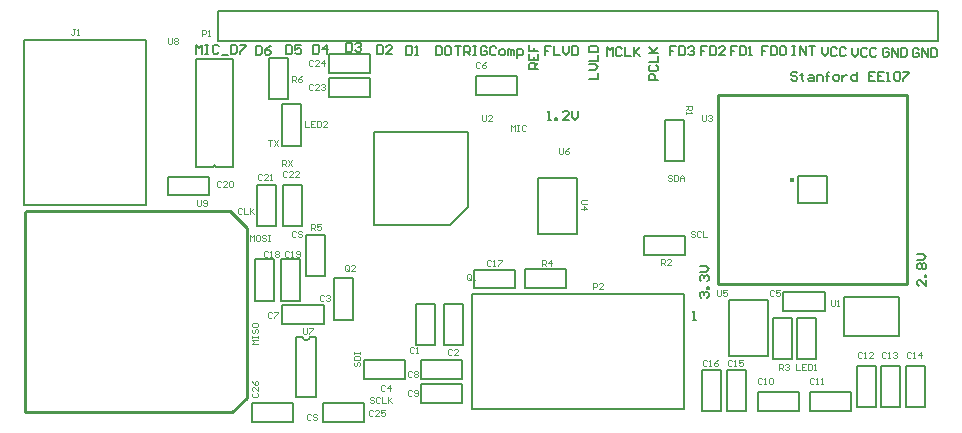
<source format=gto>
G04 Layer_Color=65535*
%FSLAX43Y43*%
%MOMM*%
G71*
G01*
G75*
%ADD36C,0.254*%
%ADD45C,0.200*%
%ADD46C,0.400*%
%ADD47C,0.127*%
%ADD48C,0.102*%
%ADD49C,0.152*%
D36*
X104620Y55897D02*
X120620D01*
Y71897D01*
X104620D02*
X120620D01*
X104620Y55897D02*
Y71897D01*
X46025Y62076D02*
X46355D01*
X45949Y60577D02*
Y61999D01*
X63449Y45032D02*
X64694Y46277D01*
X45949Y45032D02*
X63449D01*
X64694Y46277D02*
Y60653D01*
X63271Y62076D02*
X64694Y60653D01*
X46990Y62076D02*
X63271D01*
X45949Y45032D02*
Y60577D01*
X46355Y62076D02*
X46990D01*
D45*
X69423Y51460D02*
G03*
X70058Y51460I317J0D01*
G01*
X62140Y65843D02*
G03*
X61815Y65843I-162J0D01*
G01*
X105513Y49828D02*
Y54553D01*
X108813D01*
Y49828D02*
Y54553D01*
X105513Y49828D02*
X108813D01*
X83820Y45303D02*
X101727D01*
X83820D02*
Y55028D01*
X101727D01*
Y49468D02*
Y55028D01*
Y45303D02*
Y50738D01*
X68876Y51460D02*
X69423D01*
X70058D02*
X70606D01*
Y46380D02*
Y51460D01*
X68876Y46380D02*
X70606D01*
X68876D02*
Y51460D01*
X45862Y62610D02*
Y76560D01*
Y62610D02*
X56212D01*
Y76560D01*
X45862D02*
X56212D01*
X62306Y76479D02*
X121361D01*
X123266D01*
Y79019D01*
X62306D02*
X123266D01*
X62306Y76479D02*
Y79019D01*
X115246Y54822D02*
X119971D01*
Y51522D02*
Y54822D01*
X115246Y51522D02*
X119971D01*
X115246D02*
Y54822D01*
X111385Y62732D02*
X113855D01*
Y65062D01*
X111385D02*
X113855D01*
X111385Y62732D02*
Y65062D01*
X89373Y60154D02*
Y64879D01*
X92673D01*
Y60154D02*
Y64879D01*
X89373Y60154D02*
X92673D01*
X81912Y60868D02*
X83447Y62403D01*
X75517Y60868D02*
X81912D01*
X75517D02*
Y68798D01*
X83447D01*
Y62403D02*
Y68798D01*
X62140Y65843D02*
X63568D01*
X60388D02*
X61815D01*
X60388D02*
Y74943D01*
X63568D01*
Y65843D02*
Y74943D01*
D46*
X110854Y64751D02*
D03*
D47*
X69736Y56580D02*
Y60080D01*
X71336D01*
Y56580D02*
Y60080D01*
X69736Y56580D02*
X71336D01*
X69217Y54514D02*
Y58014D01*
X67617Y54514D02*
X69217D01*
X67617D02*
Y58014D01*
X69217D01*
X67018Y54497D02*
Y57997D01*
X65418Y54497D02*
X67018D01*
X65418D02*
Y57997D01*
X67018D01*
X66612Y71566D02*
Y75066D01*
X68212D01*
Y71566D02*
Y75066D01*
X66612Y71566D02*
X68212D01*
X69304Y67629D02*
Y71129D01*
X67704Y67629D02*
X69304D01*
X67704D02*
Y71129D01*
X69304D01*
X88229Y57163D02*
X91729D01*
Y55563D02*
Y57163D01*
X88229Y55563D02*
X91729D01*
X88229D02*
Y57163D01*
X112916Y49570D02*
Y53070D01*
X111316Y49570D02*
X112916D01*
X111316D02*
Y53070D01*
X112916D01*
X110909Y49544D02*
Y53044D01*
X109309Y49544D02*
X110909D01*
X109309D02*
Y53044D01*
X110909D01*
X79467Y47409D02*
X82967D01*
Y45809D02*
Y47409D01*
X79467Y45809D02*
X82967D01*
X79467D02*
Y47409D01*
X67733Y54115D02*
X71233D01*
Y52515D02*
Y54115D01*
X67733Y52515D02*
X71233D01*
X67733D02*
Y54115D01*
X83938Y57137D02*
X87438D01*
Y55537D02*
Y57137D01*
X83938Y55537D02*
X87438D01*
X83938D02*
Y57137D01*
X105372Y45127D02*
Y48627D01*
X106972D01*
Y45127D02*
Y48627D01*
X105372Y45127D02*
X106972D01*
X103238D02*
Y48627D01*
X104838D01*
Y45127D02*
Y48627D01*
X103238Y45127D02*
X104838D01*
X65596Y60798D02*
Y64298D01*
X67196D01*
Y60798D02*
Y64298D01*
X65596Y60798D02*
X67196D01*
X58053Y63411D02*
X61553D01*
X58053D02*
Y65011D01*
X61553D01*
Y63411D02*
Y65011D01*
X110151Y53632D02*
X113651D01*
X110151D02*
Y55232D01*
X113651D01*
Y53632D02*
Y55232D01*
X100112Y66334D02*
Y69834D01*
X101712D01*
Y66334D02*
Y69834D01*
X100112Y66334D02*
X101712D01*
X98312Y58407D02*
X101812D01*
X98312D02*
Y60007D01*
X101812D01*
Y58407D02*
Y60007D01*
X79442Y49466D02*
X82942D01*
Y47866D02*
Y49466D01*
X79442Y47866D02*
X82942D01*
X79442D02*
Y49466D01*
X120536Y45480D02*
Y48980D01*
X122136D01*
Y45480D02*
Y48980D01*
X120536Y45480D02*
X122136D01*
X118453Y45482D02*
Y48982D01*
X120053D01*
Y45482D02*
Y48982D01*
X118453Y45482D02*
X120053D01*
X116396Y45457D02*
Y48957D01*
X117996D01*
Y45457D02*
Y48957D01*
X116396Y45457D02*
X117996D01*
X112384Y45174D02*
X115884D01*
X112384D02*
Y46774D01*
X115884D01*
Y45174D02*
Y46774D01*
X107966Y46799D02*
X111466D01*
Y45199D02*
Y46799D01*
X107966Y45199D02*
X111466D01*
X107966D02*
Y46799D01*
X84114Y71920D02*
X87614D01*
X84114D02*
Y73520D01*
X87614D01*
Y71920D02*
Y73520D01*
X74641Y49466D02*
X78141D01*
Y47866D02*
Y49466D01*
X74641Y47866D02*
X78141D01*
X74641D02*
Y49466D01*
X72098Y52897D02*
Y56397D01*
X73698D01*
Y52897D02*
Y56397D01*
X72098Y52897D02*
X73698D01*
X81445Y50738D02*
Y54238D01*
X83045D01*
Y50738D02*
Y54238D01*
X81445Y50738D02*
X83045D01*
X79083Y50740D02*
Y54240D01*
X80683D01*
Y50740D02*
Y54240D01*
X79083Y50740D02*
X80683D01*
X67780Y60798D02*
Y64298D01*
X69380D01*
Y60798D02*
Y64298D01*
X67780Y60798D02*
X69380D01*
X71670Y71768D02*
Y73368D01*
Y71768D02*
X75170D01*
Y73368D01*
X71670D02*
X75170D01*
X71670Y73749D02*
Y75349D01*
Y73749D02*
X75170D01*
Y75349D01*
X71670D02*
X75170D01*
X68665Y44260D02*
Y45860D01*
X65165D02*
X68665D01*
X65165Y44260D02*
Y45860D01*
Y44260D02*
X68665D01*
X74636Y44234D02*
Y45834D01*
X71136D02*
X74636D01*
X71136Y44234D02*
Y45834D01*
Y44234D02*
X74636D01*
D48*
X70155Y60452D02*
Y60960D01*
X70409D01*
X70493Y60875D01*
Y60706D01*
X70409Y60621D01*
X70155D01*
X70324D02*
X70493Y60452D01*
X71001Y60960D02*
X70663D01*
Y60706D01*
X70832Y60791D01*
X70917D01*
X71001Y60706D01*
Y60537D01*
X70917Y60452D01*
X70747D01*
X70663Y60537D01*
X68580Y72972D02*
Y73480D01*
X68834D01*
X68919Y73396D01*
Y73226D01*
X68834Y73142D01*
X68580D01*
X68749D02*
X68919Y72972D01*
X69426Y73480D02*
X69257Y73396D01*
X69088Y73226D01*
Y73057D01*
X69172Y72972D01*
X69342D01*
X69426Y73057D01*
Y73142D01*
X69342Y73226D01*
X69088D01*
X69647Y69697D02*
Y69190D01*
X69985D01*
X70493Y69697D02*
X70155D01*
Y69190D01*
X70493D01*
X70155Y69444D02*
X70324D01*
X70662Y69697D02*
Y69190D01*
X70916D01*
X71001Y69274D01*
Y69613D01*
X70916Y69697D01*
X70662D01*
X71509Y69190D02*
X71170D01*
X71509Y69528D01*
Y69613D01*
X71424Y69697D01*
X71255D01*
X71170Y69613D01*
X94005Y55499D02*
Y56007D01*
X94259D01*
X94344Y55922D01*
Y55753D01*
X94259Y55668D01*
X94005D01*
X94852Y55499D02*
X94513D01*
X94852Y55838D01*
Y55922D01*
X94767Y56007D01*
X94598D01*
X94513Y55922D01*
X89686Y57429D02*
Y57937D01*
X89940D01*
X90024Y57853D01*
Y57683D01*
X89940Y57599D01*
X89686D01*
X89855D02*
X90024Y57429D01*
X90447D02*
Y57937D01*
X90193Y57683D01*
X90532D01*
X103226Y70205D02*
Y69782D01*
X103310Y69698D01*
X103480D01*
X103564Y69782D01*
Y70205D01*
X103733Y70121D02*
X103818Y70205D01*
X103987D01*
X104072Y70121D01*
Y70036D01*
X103987Y69952D01*
X103903D01*
X103987D01*
X104072Y69867D01*
Y69782D01*
X103987Y69698D01*
X103818D01*
X103733Y69782D01*
X91186Y67462D02*
Y67039D01*
X91271Y66954D01*
X91440D01*
X91525Y67039D01*
Y67462D01*
X92032D02*
X91863Y67378D01*
X91694Y67208D01*
Y67039D01*
X91778Y66954D01*
X91948D01*
X92032Y67039D01*
Y67124D01*
X91948Y67208D01*
X91694D01*
X50148Y77495D02*
X49979D01*
X50063D01*
Y77072D01*
X49979Y76987D01*
X49894D01*
X49809Y77072D01*
X50317Y76987D02*
X50487D01*
X50402D01*
Y77495D01*
X50317Y77411D01*
X58039Y76733D02*
Y76310D01*
X58124Y76225D01*
X58293D01*
X58378Y76310D01*
Y76733D01*
X58547Y76649D02*
X58631Y76733D01*
X58801D01*
X58885Y76649D01*
Y76564D01*
X58801Y76479D01*
X58885Y76395D01*
Y76310D01*
X58801Y76225D01*
X58631D01*
X58547Y76310D01*
Y76395D01*
X58631Y76479D01*
X58547Y76564D01*
Y76649D01*
X58631Y76479D02*
X58801D01*
X69494Y52171D02*
Y51748D01*
X69579Y51664D01*
X69748D01*
X69833Y51748D01*
Y52171D01*
X70002D02*
X70341D01*
Y52087D01*
X70002Y51748D01*
Y51664D01*
X104546Y55397D02*
Y54974D01*
X104631Y54889D01*
X104800D01*
X104885Y54974D01*
Y55397D01*
X105393D02*
X105054D01*
Y55143D01*
X105224Y55228D01*
X105308D01*
X105393Y55143D01*
Y54974D01*
X105308Y54889D01*
X105139D01*
X105054Y54974D01*
X93553Y63043D02*
X93130D01*
X93045Y62958D01*
Y62789D01*
X93130Y62704D01*
X93553D01*
X93045Y62281D02*
X93553D01*
X93299Y62535D01*
Y62196D01*
X84633Y70180D02*
Y69757D01*
X84717Y69672D01*
X84887D01*
X84971Y69757D01*
Y70180D01*
X85479Y69672D02*
X85141D01*
X85479Y70011D01*
Y70095D01*
X85395Y70180D01*
X85225D01*
X85141Y70095D01*
X114173Y54584D02*
Y54161D01*
X114258Y54077D01*
X114427D01*
X114512Y54161D01*
Y54584D01*
X114681Y54077D02*
X114850D01*
X114765D01*
Y54584D01*
X114681Y54500D01*
X109753Y48616D02*
Y49123D01*
X110007D01*
X110092Y49039D01*
Y48870D01*
X110007Y48785D01*
X109753D01*
X109923D02*
X110092Y48616D01*
X110261Y49039D02*
X110346Y49123D01*
X110515D01*
X110600Y49039D01*
Y48954D01*
X110515Y48870D01*
X110431D01*
X110515D01*
X110600Y48785D01*
Y48700D01*
X110515Y48616D01*
X110346D01*
X110261Y48700D01*
X99746Y57531D02*
Y58039D01*
X100000D01*
X100084Y57954D01*
Y57785D01*
X100000Y57700D01*
X99746D01*
X99915D02*
X100084Y57531D01*
X100592D02*
X100254D01*
X100592Y57870D01*
Y57954D01*
X100508Y58039D01*
X100338D01*
X100254Y57954D01*
X101903Y70940D02*
X102411D01*
Y70686D01*
X102326Y70602D01*
X102157D01*
X102072Y70686D01*
Y70940D01*
Y70771D02*
X101903Y70602D01*
Y70433D02*
Y70263D01*
Y70348D01*
X102411D01*
X102326Y70433D01*
X73364Y57082D02*
Y57421D01*
X73279Y57505D01*
X73110D01*
X73025Y57421D01*
Y57082D01*
X73110Y56998D01*
X73279D01*
X73194Y57167D02*
X73364Y56998D01*
X73279D02*
X73364Y57082D01*
X73871Y56998D02*
X73533D01*
X73871Y57336D01*
Y57421D01*
X73787Y57505D01*
X73617D01*
X73533Y57421D01*
X83676Y56371D02*
Y56710D01*
X83591Y56794D01*
X83422D01*
X83337Y56710D01*
Y56371D01*
X83422Y56286D01*
X83591D01*
X83507Y56456D02*
X83676Y56286D01*
X83591D02*
X83676Y56371D01*
X83845Y56286D02*
X84015D01*
X83930D01*
Y56794D01*
X83845Y56710D01*
X60884Y76937D02*
Y77444D01*
X61138D01*
X61222Y77360D01*
Y77191D01*
X61138Y77106D01*
X60884D01*
X61392Y76937D02*
X61561D01*
X61476D01*
Y77444D01*
X61392Y77360D01*
X111227Y49098D02*
Y48590D01*
X111565D01*
X112073Y49098D02*
X111734D01*
Y48590D01*
X112073D01*
X111734Y48844D02*
X111904D01*
X112242Y49098D02*
Y48590D01*
X112496D01*
X112581Y48675D01*
Y49013D01*
X112496Y49098D01*
X112242D01*
X112750Y48590D02*
X112919D01*
X112835D01*
Y49098D01*
X112750Y49013D01*
X68157Y65398D02*
X68072Y65483D01*
X67903D01*
X67818Y65398D01*
Y65060D01*
X67903Y64975D01*
X68072D01*
X68157Y65060D01*
X68664Y64975D02*
X68326D01*
X68664Y65314D01*
Y65398D01*
X68580Y65483D01*
X68410D01*
X68326Y65398D01*
X69172Y64975D02*
X68834D01*
X69172Y65314D01*
Y65398D01*
X69088Y65483D01*
X68918D01*
X68834Y65398D01*
X66023Y65142D02*
X65938Y65227D01*
X65769D01*
X65684Y65142D01*
Y64804D01*
X65769Y64719D01*
X65938D01*
X66023Y64804D01*
X66531Y64719D02*
X66192D01*
X66531Y65058D01*
Y65142D01*
X66446Y65227D01*
X66277D01*
X66192Y65142D01*
X66700Y64719D02*
X66869D01*
X66785D01*
Y65227D01*
X66700Y65142D01*
X62492Y64507D02*
X62408Y64592D01*
X62238D01*
X62154Y64507D01*
Y64169D01*
X62238Y64084D01*
X62408D01*
X62492Y64169D01*
X63000Y64084D02*
X62662D01*
X63000Y64423D01*
Y64507D01*
X62916Y64592D01*
X62746D01*
X62662Y64507D01*
X63169D02*
X63254Y64592D01*
X63423D01*
X63508Y64507D01*
Y64169D01*
X63423Y64084D01*
X63254D01*
X63169Y64169D01*
Y64507D01*
X68284Y58640D02*
X68199Y58725D01*
X68030D01*
X67945Y58640D01*
Y58301D01*
X68030Y58217D01*
X68199D01*
X68284Y58301D01*
X68453Y58217D02*
X68622D01*
X68537D01*
Y58725D01*
X68453Y58640D01*
X68876Y58301D02*
X68961Y58217D01*
X69130D01*
X69215Y58301D01*
Y58640D01*
X69130Y58725D01*
X68961D01*
X68876Y58640D01*
Y58555D01*
X68961Y58471D01*
X69215D01*
X66506Y58640D02*
X66421Y58725D01*
X66252D01*
X66167Y58640D01*
Y58301D01*
X66252Y58217D01*
X66421D01*
X66506Y58301D01*
X66675Y58217D02*
X66844D01*
X66759D01*
Y58725D01*
X66675Y58640D01*
X67098D02*
X67183Y58725D01*
X67352D01*
X67437Y58640D01*
Y58555D01*
X67352Y58471D01*
X67437Y58386D01*
Y58301D01*
X67352Y58217D01*
X67183D01*
X67098Y58301D01*
Y58386D01*
X67183Y58471D01*
X67098Y58555D01*
Y58640D01*
X67183Y58471D02*
X67352D01*
X85429Y57827D02*
X85344Y57912D01*
X85175D01*
X85090Y57827D01*
Y57489D01*
X85175Y57404D01*
X85344D01*
X85429Y57489D01*
X85598Y57404D02*
X85767D01*
X85682D01*
Y57912D01*
X85598Y57827D01*
X86021Y57912D02*
X86360D01*
Y57827D01*
X86021Y57489D01*
Y57404D01*
X103717Y49422D02*
X103632Y49506D01*
X103463D01*
X103378Y49422D01*
Y49083D01*
X103463Y48998D01*
X103632D01*
X103717Y49083D01*
X103886Y48998D02*
X104055D01*
X103970D01*
Y49506D01*
X103886Y49422D01*
X104648Y49506D02*
X104478Y49422D01*
X104309Y49252D01*
Y49083D01*
X104394Y48998D01*
X104563D01*
X104648Y49083D01*
Y49168D01*
X104563Y49252D01*
X104309D01*
X105825Y49396D02*
X105740Y49481D01*
X105571D01*
X105486Y49396D01*
Y49058D01*
X105571Y48973D01*
X105740D01*
X105825Y49058D01*
X105994Y48973D02*
X106163D01*
X106079D01*
Y49481D01*
X105994Y49396D01*
X106756Y49481D02*
X106417D01*
Y49227D01*
X106587Y49312D01*
X106671D01*
X106756Y49227D01*
Y49058D01*
X106671Y48973D01*
X106502D01*
X106417Y49058D01*
X120912Y50080D02*
X120828Y50165D01*
X120658D01*
X120574Y50080D01*
Y49742D01*
X120658Y49657D01*
X120828D01*
X120912Y49742D01*
X121082Y49657D02*
X121251D01*
X121166D01*
Y50165D01*
X121082Y50080D01*
X121759Y49657D02*
Y50165D01*
X121505Y49911D01*
X121843D01*
X118830Y50080D02*
X118745Y50165D01*
X118576D01*
X118491Y50080D01*
Y49742D01*
X118576Y49657D01*
X118745D01*
X118830Y49742D01*
X118999Y49657D02*
X119168D01*
X119083D01*
Y50165D01*
X118999Y50080D01*
X119422D02*
X119507Y50165D01*
X119676D01*
X119761Y50080D01*
Y49996D01*
X119676Y49911D01*
X119591D01*
X119676D01*
X119761Y49826D01*
Y49742D01*
X119676Y49657D01*
X119507D01*
X119422Y49742D01*
X116772Y50057D02*
X116688Y50141D01*
X116518D01*
X116434Y50057D01*
Y49718D01*
X116518Y49633D01*
X116688D01*
X116772Y49718D01*
X116941Y49633D02*
X117111D01*
X117026D01*
Y50141D01*
X116941Y50057D01*
X117703Y49633D02*
X117365D01*
X117703Y49972D01*
Y50057D01*
X117619Y50141D01*
X117449D01*
X117365Y50057D01*
X112759Y47870D02*
X112674Y47955D01*
X112505D01*
X112420Y47870D01*
Y47532D01*
X112505Y47447D01*
X112674D01*
X112759Y47532D01*
X112928Y47447D02*
X113098D01*
X113013D01*
Y47955D01*
X112928Y47870D01*
X113351Y47447D02*
X113521D01*
X113436D01*
Y47955D01*
X113351Y47870D01*
X108339Y47896D02*
X108255Y47980D01*
X108085D01*
X108001Y47896D01*
Y47557D01*
X108085Y47473D01*
X108255D01*
X108339Y47557D01*
X108509Y47473D02*
X108678D01*
X108593D01*
Y47980D01*
X108509Y47896D01*
X108932D02*
X109016Y47980D01*
X109186D01*
X109270Y47896D01*
Y47557D01*
X109186Y47473D01*
X109016D01*
X108932Y47557D01*
Y47896D01*
X78698Y46829D02*
X78613Y46914D01*
X78444D01*
X78359Y46829D01*
Y46490D01*
X78444Y46406D01*
X78613D01*
X78698Y46490D01*
X78867D02*
X78951Y46406D01*
X79121D01*
X79205Y46490D01*
Y46829D01*
X79121Y46914D01*
X78951D01*
X78867Y46829D01*
Y46744D01*
X78951Y46660D01*
X79205D01*
X78672Y48480D02*
X78588Y48565D01*
X78418D01*
X78334Y48480D01*
Y48141D01*
X78418Y48057D01*
X78588D01*
X78672Y48141D01*
X78841Y48480D02*
X78926Y48565D01*
X79095D01*
X79180Y48480D01*
Y48395D01*
X79095Y48311D01*
X79180Y48226D01*
Y48141D01*
X79095Y48057D01*
X78926D01*
X78841Y48141D01*
Y48226D01*
X78926Y48311D01*
X78841Y48395D01*
Y48480D01*
X78926Y48311D02*
X79095D01*
X66887Y53433D02*
X66802Y53518D01*
X66633D01*
X66548Y53433D01*
Y53094D01*
X66633Y53010D01*
X66802D01*
X66887Y53094D01*
X67056Y53518D02*
X67394D01*
Y53433D01*
X67056Y53094D01*
Y53010D01*
X84489Y74617D02*
X84404Y74701D01*
X84235D01*
X84150Y74617D01*
Y74278D01*
X84235Y74193D01*
X84404D01*
X84489Y74278D01*
X84997Y74701D02*
X84827Y74617D01*
X84658Y74447D01*
Y74278D01*
X84743Y74193D01*
X84912D01*
X84997Y74278D01*
Y74363D01*
X84912Y74447D01*
X84658D01*
X109330Y55338D02*
X109245Y55423D01*
X109076D01*
X108991Y55338D01*
Y54999D01*
X109076Y54915D01*
X109245D01*
X109330Y54999D01*
X109838Y55423D02*
X109499D01*
Y55169D01*
X109669Y55253D01*
X109753D01*
X109838Y55169D01*
Y54999D01*
X109753Y54915D01*
X109584D01*
X109499Y54999D01*
X76437Y47312D02*
X76352Y47396D01*
X76183D01*
X76098Y47312D01*
Y46973D01*
X76183Y46888D01*
X76352D01*
X76437Y46973D01*
X76860Y46888D02*
Y47396D01*
X76606Y47142D01*
X76945D01*
X71281Y54904D02*
X71196Y54989D01*
X71027D01*
X70942Y54904D01*
Y54566D01*
X71027Y54481D01*
X71196D01*
X71281Y54566D01*
X71450Y54904D02*
X71535Y54989D01*
X71704D01*
X71789Y54904D01*
Y54820D01*
X71704Y54735D01*
X71619D01*
X71704D01*
X71789Y54650D01*
Y54566D01*
X71704Y54481D01*
X71535D01*
X71450Y54566D01*
X82076Y50309D02*
X81991Y50393D01*
X81822D01*
X81737Y50309D01*
Y49970D01*
X81822Y49886D01*
X81991D01*
X82076Y49970D01*
X82584Y49886D02*
X82245D01*
X82584Y50224D01*
Y50309D01*
X82499Y50393D01*
X82330D01*
X82245Y50309D01*
X78850Y50461D02*
X78765Y50546D01*
X78596D01*
X78511Y50461D01*
Y50123D01*
X78596Y50038D01*
X78765D01*
X78850Y50123D01*
X79019Y50038D02*
X79189D01*
X79104D01*
Y50546D01*
X79019Y50461D01*
X60503Y63043D02*
Y62619D01*
X60587Y62535D01*
X60757D01*
X60841Y62619D01*
Y63043D01*
X61011Y62619D02*
X61095Y62535D01*
X61265D01*
X61349Y62619D01*
Y62958D01*
X61265Y63043D01*
X61095D01*
X61011Y62958D01*
Y62873D01*
X61095Y62789D01*
X61349D01*
X70316Y72737D02*
X70231Y72822D01*
X70062D01*
X69977Y72737D01*
Y72398D01*
X70062Y72314D01*
X70231D01*
X70316Y72398D01*
X70823Y72314D02*
X70485D01*
X70823Y72652D01*
Y72737D01*
X70739Y72822D01*
X70569D01*
X70485Y72737D01*
X70993D02*
X71077Y72822D01*
X71247D01*
X71331Y72737D01*
Y72652D01*
X71247Y72568D01*
X71162D01*
X71247D01*
X71331Y72483D01*
Y72398D01*
X71247Y72314D01*
X71077D01*
X70993Y72398D01*
X70316Y74794D02*
X70231Y74879D01*
X70062D01*
X69977Y74794D01*
Y74456D01*
X70062Y74371D01*
X70231D01*
X70316Y74456D01*
X70823Y74371D02*
X70485D01*
X70823Y74710D01*
Y74794D01*
X70739Y74879D01*
X70569D01*
X70485Y74794D01*
X71247Y74371D02*
Y74879D01*
X70993Y74625D01*
X71331D01*
X75421Y45127D02*
X75336Y45212D01*
X75167D01*
X75082Y45127D01*
Y44789D01*
X75167Y44704D01*
X75336D01*
X75421Y44789D01*
X75929Y44704D02*
X75590D01*
X75929Y45043D01*
Y45127D01*
X75844Y45212D01*
X75675D01*
X75590Y45127D01*
X76437Y45212D02*
X76098D01*
Y44958D01*
X76267Y45043D01*
X76352D01*
X76437Y44958D01*
Y44789D01*
X76352Y44704D01*
X76183D01*
X76098Y44789D01*
X65261Y46668D02*
X65177Y46584D01*
Y46414D01*
X65261Y46330D01*
X65600D01*
X65684Y46414D01*
Y46584D01*
X65600Y46668D01*
X65684Y47176D02*
Y46837D01*
X65346Y47176D01*
X65261D01*
X65177Y47091D01*
Y46922D01*
X65261Y46837D01*
X65177Y47684D02*
X65261Y47515D01*
X65430Y47345D01*
X65600D01*
X65684Y47430D01*
Y47599D01*
X65600Y47684D01*
X65515D01*
X65430Y47599D01*
Y47345D01*
X67691Y65913D02*
Y66421D01*
X67945D01*
X68030Y66336D01*
Y66167D01*
X67945Y66082D01*
X67691D01*
X67860D02*
X68030Y65913D01*
X68199Y66421D02*
X68537Y65913D01*
Y66421D02*
X68199Y65913D01*
X66523Y68123D02*
X66861D01*
X66692D01*
Y67615D01*
X67030Y68123D02*
X67369Y67615D01*
Y68123D02*
X67030Y67615D01*
X64321Y62247D02*
X64237Y62331D01*
X64067D01*
X63983Y62247D01*
Y61908D01*
X64067Y61824D01*
X64237D01*
X64321Y61908D01*
X64490Y62331D02*
Y61824D01*
X64829D01*
X64998Y62331D02*
Y61824D01*
Y61993D01*
X65337Y62331D01*
X65083Y62078D01*
X65337Y61824D01*
X68868Y60291D02*
X68783Y60376D01*
X68614D01*
X68529Y60291D01*
Y59952D01*
X68614Y59868D01*
X68783D01*
X68868Y59952D01*
X69376Y60291D02*
X69291Y60376D01*
X69122D01*
X69037Y60291D01*
Y60206D01*
X69122Y60122D01*
X69291D01*
X69376Y60037D01*
Y59952D01*
X69291Y59868D01*
X69122D01*
X69037Y59952D01*
X64973Y59563D02*
Y60071D01*
X65142Y59902D01*
X65312Y60071D01*
Y59563D01*
X65735Y60071D02*
X65566D01*
X65481Y59986D01*
Y59648D01*
X65566Y59563D01*
X65735D01*
X65820Y59648D01*
Y59986D01*
X65735Y60071D01*
X66327Y59986D02*
X66243Y60071D01*
X66074D01*
X65989Y59986D01*
Y59902D01*
X66074Y59817D01*
X66243D01*
X66327Y59732D01*
Y59648D01*
X66243Y59563D01*
X66074D01*
X65989Y59648D01*
X66497Y60071D02*
X66666D01*
X66581D01*
Y59563D01*
X66497D01*
X66666D01*
X65684Y50851D02*
X65177D01*
X65346Y51020D01*
X65177Y51189D01*
X65684D01*
X65177Y51359D02*
Y51528D01*
Y51443D01*
X65684D01*
Y51359D01*
Y51528D01*
X65261Y52120D02*
X65177Y52036D01*
Y51866D01*
X65261Y51782D01*
X65346D01*
X65430Y51866D01*
Y52036D01*
X65515Y52120D01*
X65600D01*
X65684Y52036D01*
Y51866D01*
X65600Y51782D01*
X65177Y52544D02*
Y52374D01*
X65261Y52290D01*
X65600D01*
X65684Y52374D01*
Y52544D01*
X65600Y52628D01*
X65261D01*
X65177Y52544D01*
X70189Y44848D02*
X70104Y44932D01*
X69935D01*
X69850Y44848D01*
Y44509D01*
X69935Y44425D01*
X70104D01*
X70189Y44509D01*
X70696Y44848D02*
X70612Y44932D01*
X70442D01*
X70358Y44848D01*
Y44763D01*
X70442Y44679D01*
X70612D01*
X70696Y44594D01*
Y44509D01*
X70612Y44425D01*
X70442D01*
X70358Y44509D01*
X73897Y49310D02*
X73813Y49225D01*
Y49056D01*
X73897Y48971D01*
X73982D01*
X74066Y49056D01*
Y49225D01*
X74151Y49310D01*
X74236D01*
X74320Y49225D01*
Y49056D01*
X74236Y48971D01*
X73813Y49479D02*
X74320D01*
Y49733D01*
X74236Y49818D01*
X73897D01*
X73813Y49733D01*
Y49479D01*
Y49987D02*
Y50156D01*
Y50072D01*
X74320D01*
Y49987D01*
Y50156D01*
X75446Y46270D02*
X75362Y46355D01*
X75192D01*
X75108Y46270D01*
Y46186D01*
X75192Y46101D01*
X75362D01*
X75446Y46016D01*
Y45932D01*
X75362Y45847D01*
X75192D01*
X75108Y45932D01*
X75954Y46270D02*
X75870Y46355D01*
X75700D01*
X75616Y46270D01*
Y45932D01*
X75700Y45847D01*
X75870D01*
X75954Y45932D01*
X76123Y46355D02*
Y45847D01*
X76462D01*
X76631Y46355D02*
Y45847D01*
Y46016D01*
X76970Y46355D01*
X76716Y46101D01*
X76970Y45847D01*
X87071Y68834D02*
Y69342D01*
X87240Y69173D01*
X87410Y69342D01*
Y68834D01*
X87579Y69342D02*
X87748D01*
X87664D01*
Y68834D01*
X87579D01*
X87748D01*
X88341Y69257D02*
X88256Y69342D01*
X88087D01*
X88002Y69257D01*
Y68919D01*
X88087Y68834D01*
X88256D01*
X88341Y68919D01*
X102650Y60342D02*
X102565Y60426D01*
X102396D01*
X102311Y60342D01*
Y60257D01*
X102396Y60173D01*
X102565D01*
X102650Y60088D01*
Y60003D01*
X102565Y59919D01*
X102396D01*
X102311Y60003D01*
X103158Y60342D02*
X103073Y60426D01*
X102904D01*
X102819Y60342D01*
Y60003D01*
X102904Y59919D01*
X103073D01*
X103158Y60003D01*
X103327Y60426D02*
Y59919D01*
X103665D01*
X100694Y65092D02*
X100609Y65176D01*
X100440D01*
X100355Y65092D01*
Y65007D01*
X100440Y64922D01*
X100609D01*
X100694Y64838D01*
Y64753D01*
X100609Y64668D01*
X100440D01*
X100355Y64753D01*
X100863Y65176D02*
Y64668D01*
X101117D01*
X101202Y64753D01*
Y65092D01*
X101117Y65176D01*
X100863D01*
X101371Y64668D02*
Y65007D01*
X101540Y65176D01*
X101710Y65007D01*
Y64668D01*
Y64922D01*
X101371D01*
D49*
X102464Y52883D02*
X102718D01*
X102591D01*
Y53645D01*
X102464Y53518D01*
X121615Y75743D02*
X121488Y75870D01*
X121234D01*
X121107Y75743D01*
Y75235D01*
X121234Y75108D01*
X121488D01*
X121615Y75235D01*
Y75489D01*
X121361D01*
X121869Y75108D02*
Y75870D01*
X122377Y75108D01*
Y75870D01*
X122631D02*
Y75108D01*
X123012D01*
X123139Y75235D01*
Y75743D01*
X123012Y75870D01*
X122631D01*
X119050Y75793D02*
X118923Y75920D01*
X118669D01*
X118542Y75793D01*
Y75286D01*
X118669Y75159D01*
X118923D01*
X119050Y75286D01*
Y75539D01*
X118796D01*
X119304Y75159D02*
Y75920D01*
X119811Y75159D01*
Y75920D01*
X120065D02*
Y75159D01*
X120446D01*
X120573Y75286D01*
Y75793D01*
X120446Y75920D01*
X120065D01*
X115976Y75895D02*
Y75387D01*
X116230Y75133D01*
X116484Y75387D01*
Y75895D01*
X117246Y75768D02*
X117119Y75895D01*
X116865D01*
X116738Y75768D01*
Y75260D01*
X116865Y75133D01*
X117119D01*
X117246Y75260D01*
X118008Y75768D02*
X117881Y75895D01*
X117627D01*
X117500Y75768D01*
Y75260D01*
X117627Y75133D01*
X117881D01*
X118008Y75260D01*
X113411Y75971D02*
Y75463D01*
X113665Y75209D01*
X113919Y75463D01*
Y75971D01*
X114681Y75844D02*
X114554Y75971D01*
X114300D01*
X114173Y75844D01*
Y75336D01*
X114300Y75209D01*
X114554D01*
X114681Y75336D01*
X115442Y75844D02*
X115315Y75971D01*
X115061D01*
X114935Y75844D01*
Y75336D01*
X115061Y75209D01*
X115315D01*
X115442Y75336D01*
X110896Y76022D02*
X111150D01*
X111023D01*
Y75260D01*
X110896D01*
X111150D01*
X111531D02*
Y76022D01*
X112039Y75260D01*
Y76022D01*
X112293D02*
X112801D01*
X112547D01*
Y75260D01*
X108813Y76022D02*
X108306D01*
Y75641D01*
X108560D01*
X108306D01*
Y75260D01*
X109067Y76022D02*
Y75260D01*
X109448D01*
X109575Y75387D01*
Y75895D01*
X109448Y76022D01*
X109067D01*
X109829Y75895D02*
X109956Y76022D01*
X110210D01*
X110337Y75895D01*
Y75387D01*
X110210Y75260D01*
X109956D01*
X109829Y75387D01*
Y75895D01*
X106197Y76022D02*
X105689D01*
Y75641D01*
X105943D01*
X105689D01*
Y75260D01*
X106451Y76022D02*
Y75260D01*
X106832D01*
X106959Y75387D01*
Y75895D01*
X106832Y76022D01*
X106451D01*
X107213Y75260D02*
X107467D01*
X107340D01*
Y76022D01*
X107213Y75895D01*
X103708Y76022D02*
X103200D01*
Y75641D01*
X103454D01*
X103200D01*
Y75260D01*
X103962Y76022D02*
Y75260D01*
X104343D01*
X104470Y75387D01*
Y75895D01*
X104343Y76022D01*
X103962D01*
X105232Y75260D02*
X104724D01*
X105232Y75768D01*
Y75895D01*
X105105Y76022D01*
X104851D01*
X104724Y75895D01*
X101092Y76022D02*
X100584D01*
Y75641D01*
X100838D01*
X100584D01*
Y75260D01*
X101346Y76022D02*
Y75260D01*
X101727D01*
X101854Y75387D01*
Y75895D01*
X101727Y76022D01*
X101346D01*
X102108Y75895D02*
X102234Y76022D01*
X102488D01*
X102615Y75895D01*
Y75768D01*
X102488Y75641D01*
X102361D01*
X102488D01*
X102615Y75514D01*
Y75387D01*
X102488Y75260D01*
X102234D01*
X102108Y75387D01*
X99492Y73152D02*
X98730D01*
Y73533D01*
X98857Y73660D01*
X99111D01*
X99238Y73533D01*
Y73152D01*
X98857Y74422D02*
X98730Y74295D01*
Y74041D01*
X98857Y73914D01*
X99365D01*
X99492Y74041D01*
Y74295D01*
X99365Y74422D01*
X98730Y74676D02*
X99492D01*
Y75183D01*
X98730Y75437D02*
X99492D01*
X99238D01*
X98730Y75945D01*
X99111Y75564D01*
X99492Y75945D01*
X95174Y75209D02*
Y75971D01*
X95428Y75717D01*
X95682Y75971D01*
Y75209D01*
X96443Y75844D02*
X96316Y75971D01*
X96063D01*
X95936Y75844D01*
Y75336D01*
X96063Y75209D01*
X96316D01*
X96443Y75336D01*
X96697Y75971D02*
Y75209D01*
X97205D01*
X97459Y75971D02*
Y75209D01*
Y75463D01*
X97967Y75971D01*
X97586Y75590D01*
X97967Y75209D01*
X93675Y73304D02*
X94437D01*
Y73812D01*
X93675Y74066D02*
X94183D01*
X94437Y74320D01*
X94183Y74574D01*
X93675D01*
Y74828D02*
X94437D01*
Y75336D01*
X93675Y75590D02*
X94437D01*
Y75971D01*
X94310Y76098D01*
X93802D01*
X93675Y75971D01*
Y75590D01*
X90500Y76022D02*
X89992D01*
Y75641D01*
X90246D01*
X89992D01*
Y75260D01*
X90754Y76022D02*
Y75260D01*
X91262D01*
X91516Y76022D02*
Y75514D01*
X91770Y75260D01*
X92024Y75514D01*
Y76022D01*
X92277D02*
Y75260D01*
X92658D01*
X92785Y75387D01*
Y75895D01*
X92658Y76022D01*
X92277D01*
X89383Y74117D02*
X88621D01*
Y74498D01*
X88748Y74625D01*
X89002D01*
X89129Y74498D01*
Y74117D01*
Y74371D02*
X89383Y74625D01*
X88621Y75387D02*
Y74879D01*
X89383D01*
Y75387D01*
X89002Y74879D02*
Y75133D01*
X88621Y76149D02*
Y75641D01*
X89002D01*
Y75895D01*
Y75641D01*
X89383D01*
X85852Y75920D02*
X85725Y76047D01*
X85471D01*
X85344Y75920D01*
Y75413D01*
X85471Y75286D01*
X85725D01*
X85852Y75413D01*
X86233Y75286D02*
X86487D01*
X86614Y75413D01*
Y75666D01*
X86487Y75793D01*
X86233D01*
X86106Y75666D01*
Y75413D01*
X86233Y75286D01*
X86868D02*
Y75793D01*
X86994D01*
X87121Y75666D01*
Y75286D01*
Y75666D01*
X87248Y75793D01*
X87375Y75666D01*
Y75286D01*
X87629Y75032D02*
Y75793D01*
X88010D01*
X88137Y75666D01*
Y75413D01*
X88010Y75286D01*
X87629D01*
X82347Y76047D02*
X82855D01*
X82601D01*
Y75286D01*
X83109D02*
Y76047D01*
X83489D01*
X83616Y75920D01*
Y75666D01*
X83489Y75540D01*
X83109D01*
X83362D02*
X83616Y75286D01*
X83870Y76047D02*
X84124D01*
X83997D01*
Y75286D01*
X83870D01*
X84124D01*
X85013Y75920D02*
X84886Y76047D01*
X84632D01*
X84505Y75920D01*
Y75413D01*
X84632Y75286D01*
X84886D01*
X85013Y75413D01*
Y75666D01*
X84759D01*
X80721Y76047D02*
Y75286D01*
X81102D01*
X81229Y75413D01*
Y75920D01*
X81102Y76047D01*
X80721D01*
X81483Y75920D02*
X81610Y76047D01*
X81864D01*
X81991Y75920D01*
Y75413D01*
X81864Y75286D01*
X81610D01*
X81483Y75413D01*
Y75920D01*
X78207Y76098D02*
Y75336D01*
X78587D01*
X78714Y75463D01*
Y75971D01*
X78587Y76098D01*
X78207D01*
X78968Y75336D02*
X79222D01*
X79095D01*
Y76098D01*
X78968Y75971D01*
X75768Y76124D02*
Y75362D01*
X76149D01*
X76276Y75489D01*
Y75997D01*
X76149Y76124D01*
X75768D01*
X77038Y75362D02*
X76530D01*
X77038Y75870D01*
Y75997D01*
X76911Y76124D01*
X76657D01*
X76530Y75997D01*
X73127Y76352D02*
Y75590D01*
X73507D01*
X73634Y75717D01*
Y76225D01*
X73507Y76352D01*
X73127D01*
X73888Y76225D02*
X74015Y76352D01*
X74269D01*
X74396Y76225D01*
Y76098D01*
X74269Y75971D01*
X74142D01*
X74269D01*
X74396Y75844D01*
Y75717D01*
X74269Y75590D01*
X74015D01*
X73888Y75717D01*
X70333Y76149D02*
Y75387D01*
X70713D01*
X70840Y75514D01*
Y76022D01*
X70713Y76149D01*
X70333D01*
X71475Y75387D02*
Y76149D01*
X71094Y75768D01*
X71602D01*
X68047Y76124D02*
Y75362D01*
X68427D01*
X68554Y75489D01*
Y75997D01*
X68427Y76124D01*
X68047D01*
X69316D02*
X68808D01*
Y75743D01*
X69062Y75870D01*
X69189D01*
X69316Y75743D01*
Y75489D01*
X69189Y75362D01*
X68935D01*
X68808Y75489D01*
X65456Y76098D02*
Y75336D01*
X65837D01*
X65964Y75463D01*
Y75971D01*
X65837Y76098D01*
X65456D01*
X66725D02*
X66471Y75971D01*
X66218Y75717D01*
Y75463D01*
X66345Y75336D01*
X66598D01*
X66725Y75463D01*
Y75590D01*
X66598Y75717D01*
X66218D01*
X60452Y75387D02*
Y76149D01*
X60706Y75895D01*
X60960Y76149D01*
Y75387D01*
X61214Y76149D02*
X61468D01*
X61341D01*
Y75387D01*
X61214D01*
X61468D01*
X62356Y76022D02*
X62229Y76149D01*
X61976D01*
X61849Y76022D01*
Y75514D01*
X61976Y75387D01*
X62229D01*
X62356Y75514D01*
X62610Y75260D02*
X63118D01*
X63372Y76149D02*
Y75387D01*
X63753D01*
X63880Y75514D01*
Y76022D01*
X63753Y76149D01*
X63372D01*
X64134D02*
X64642D01*
Y76022D01*
X64134Y75514D01*
Y75387D01*
X103175Y54737D02*
X103048Y54864D01*
Y55118D01*
X103175Y55245D01*
X103302D01*
X103429Y55118D01*
Y54991D01*
Y55118D01*
X103556Y55245D01*
X103683D01*
X103810Y55118D01*
Y54864D01*
X103683Y54737D01*
X103810Y55499D02*
X103683D01*
Y55626D01*
X103810D01*
Y55499D01*
X103175Y56134D02*
X103048Y56261D01*
Y56514D01*
X103175Y56641D01*
X103302D01*
X103429Y56514D01*
Y56387D01*
Y56514D01*
X103556Y56641D01*
X103683D01*
X103810Y56514D01*
Y56261D01*
X103683Y56134D01*
X103048Y56895D02*
X103556D01*
X103810Y57149D01*
X103556Y57403D01*
X103048D01*
X122225Y56286D02*
Y55778D01*
X121717Y56286D01*
X121590D01*
X121463Y56159D01*
Y55905D01*
X121590Y55778D01*
X122225Y56540D02*
X122098D01*
Y56667D01*
X122225D01*
Y56540D01*
X121590Y57175D02*
X121463Y57302D01*
Y57556D01*
X121590Y57683D01*
X121717D01*
X121844Y57556D01*
X121971Y57683D01*
X122098D01*
X122225Y57556D01*
Y57302D01*
X122098Y57175D01*
X121971D01*
X121844Y57302D01*
X121717Y57175D01*
X121590D01*
X121844Y57302D02*
Y57556D01*
X121463Y57937D02*
X121971D01*
X122225Y58191D01*
X121971Y58445D01*
X121463D01*
X90195Y69799D02*
X90449D01*
X90322D01*
Y70561D01*
X90195Y70434D01*
X90830Y69799D02*
Y69926D01*
X90957D01*
Y69799D01*
X90830D01*
X91973D02*
X91465D01*
X91973Y70307D01*
Y70434D01*
X91846Y70561D01*
X91592D01*
X91465Y70434D01*
X92227Y70561D02*
Y70053D01*
X92481Y69799D01*
X92735Y70053D01*
Y70561D01*
X111303Y73736D02*
X111176Y73863D01*
X110922D01*
X110795Y73736D01*
Y73609D01*
X110922Y73482D01*
X111176D01*
X111303Y73355D01*
Y73228D01*
X111176Y73101D01*
X110922D01*
X110795Y73228D01*
X111684Y73736D02*
Y73609D01*
X111557D01*
X111810D01*
X111684D01*
Y73228D01*
X111810Y73101D01*
X112318Y73609D02*
X112572D01*
X112699Y73482D01*
Y73101D01*
X112318D01*
X112191Y73228D01*
X112318Y73355D01*
X112699D01*
X112953Y73101D02*
Y73609D01*
X113334D01*
X113461Y73482D01*
Y73101D01*
X113842D02*
Y73736D01*
Y73482D01*
X113715D01*
X113969D01*
X113842D01*
Y73736D01*
X113969Y73863D01*
X114477Y73101D02*
X114731D01*
X114857Y73228D01*
Y73482D01*
X114731Y73609D01*
X114477D01*
X114350Y73482D01*
Y73228D01*
X114477Y73101D01*
X115111Y73609D02*
Y73101D01*
Y73355D01*
X115238Y73482D01*
X115365Y73609D01*
X115492D01*
X116381Y73863D02*
Y73101D01*
X116000D01*
X115873Y73228D01*
Y73482D01*
X116000Y73609D01*
X116381D01*
X117905Y73863D02*
X117397D01*
Y73101D01*
X117905D01*
X117397Y73482D02*
X117651D01*
X118666Y73863D02*
X118158D01*
Y73101D01*
X118666D01*
X118158Y73482D02*
X118412D01*
X118920Y73101D02*
X119174D01*
X119047D01*
Y73863D01*
X118920Y73736D01*
X119555D02*
X119682Y73863D01*
X119936D01*
X120063Y73736D01*
Y73228D01*
X119936Y73101D01*
X119682D01*
X119555Y73228D01*
Y73736D01*
X120317Y73863D02*
X120825D01*
Y73736D01*
X120317Y73228D01*
Y73101D01*
M02*

</source>
